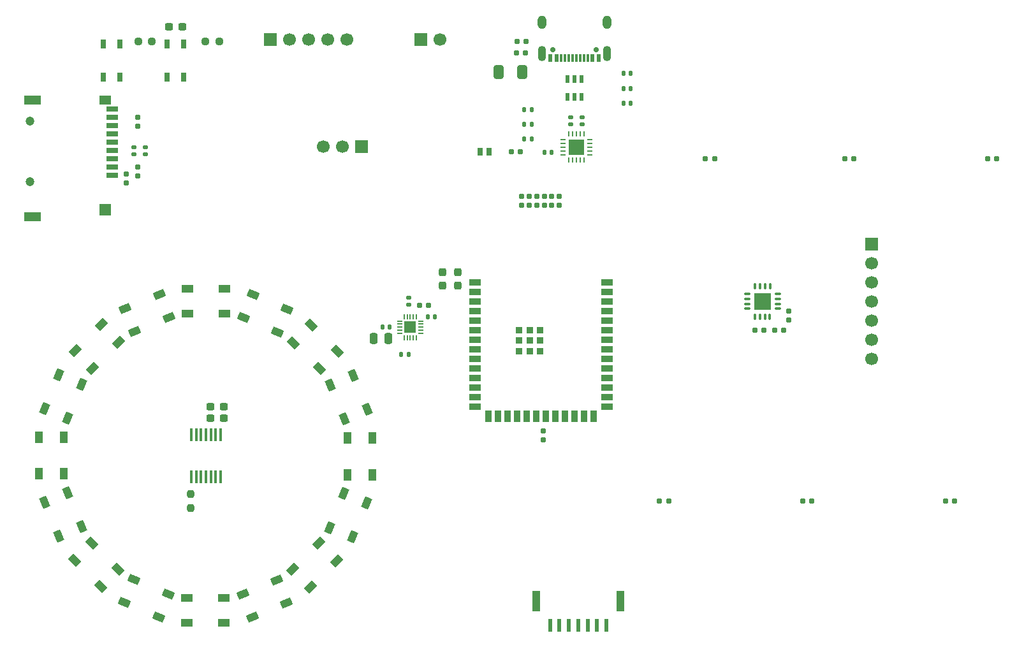
<source format=gbr>
%TF.GenerationSoftware,KiCad,Pcbnew,9.0.7*%
%TF.CreationDate,2026-02-11T23:35:25+11:00*%
%TF.ProjectId,detentOne,64657465-6e74-44f6-9e65-2e6b69636164,rev?*%
%TF.SameCoordinates,Original*%
%TF.FileFunction,Soldermask,Top*%
%TF.FilePolarity,Negative*%
%FSLAX46Y46*%
G04 Gerber Fmt 4.6, Leading zero omitted, Abs format (unit mm)*
G04 Created by KiCad (PCBNEW 9.0.7) date 2026-02-11 23:35:25*
%MOMM*%
%LPD*%
G01*
G04 APERTURE LIST*
G04 Aperture macros list*
%AMRoundRect*
0 Rectangle with rounded corners*
0 $1 Rounding radius*
0 $2 $3 $4 $5 $6 $7 $8 $9 X,Y pos of 4 corners*
0 Add a 4 corners polygon primitive as box body*
4,1,4,$2,$3,$4,$5,$6,$7,$8,$9,$2,$3,0*
0 Add four circle primitives for the rounded corners*
1,1,$1+$1,$2,$3*
1,1,$1+$1,$4,$5*
1,1,$1+$1,$6,$7*
1,1,$1+$1,$8,$9*
0 Add four rect primitives between the rounded corners*
20,1,$1+$1,$2,$3,$4,$5,0*
20,1,$1+$1,$4,$5,$6,$7,0*
20,1,$1+$1,$6,$7,$8,$9,0*
20,1,$1+$1,$8,$9,$2,$3,0*%
%AMRotRect*
0 Rectangle, with rotation*
0 The origin of the aperture is its center*
0 $1 length*
0 $2 width*
0 $3 Rotation angle, in degrees counterclockwise*
0 Add horizontal line*
21,1,$1,$2,0,0,$3*%
G04 Aperture macros list end*
%ADD10RoundRect,0.250000X0.250000X0.475000X-0.250000X0.475000X-0.250000X-0.475000X0.250000X-0.475000X0*%
%ADD11RoundRect,0.140000X-0.170000X0.140000X-0.170000X-0.140000X0.170000X-0.140000X0.170000X0.140000X0*%
%ADD12RoundRect,0.160000X-0.197500X-0.160000X0.197500X-0.160000X0.197500X0.160000X-0.197500X0.160000X0*%
%ADD13RotRect,1.500000X1.000000X135.000000*%
%ADD14RoundRect,0.237500X0.300000X0.237500X-0.300000X0.237500X-0.300000X-0.237500X0.300000X-0.237500X0*%
%ADD15RoundRect,0.140000X-0.140000X-0.170000X0.140000X-0.170000X0.140000X0.170000X-0.140000X0.170000X0*%
%ADD16R,0.650000X1.200000*%
%ADD17RotRect,1.500000X1.000000X202.500000*%
%ADD18RotRect,1.500000X1.000000X337.500000*%
%ADD19RoundRect,0.160000X0.197500X0.160000X-0.197500X0.160000X-0.197500X-0.160000X0.197500X-0.160000X0*%
%ADD20RoundRect,0.140000X0.140000X0.170000X-0.140000X0.170000X-0.140000X-0.170000X0.140000X-0.170000X0*%
%ADD21R,2.050000X2.050000*%
%ADD22R,0.800000X0.280000*%
%ADD23R,0.280000X0.800000*%
%ADD24RoundRect,0.237500X0.237500X-0.250000X0.237500X0.250000X-0.237500X0.250000X-0.237500X-0.250000X0*%
%ADD25R,1.650000X1.650000*%
%ADD26R,0.660000X0.200000*%
%ADD27R,0.200000X0.660000*%
%ADD28R,0.900000X0.900000*%
%ADD29R,1.500000X0.900000*%
%ADD30R,0.900000X1.500000*%
%ADD31R,1.000000X2.700000*%
%ADD32R,0.600000X1.700000*%
%ADD33RoundRect,0.237500X-0.237500X0.300000X-0.237500X-0.300000X0.237500X-0.300000X0.237500X0.300000X0*%
%ADD34RotRect,1.500000X1.000000X157.500000*%
%ADD35RoundRect,0.160000X0.160000X-0.197500X0.160000X0.197500X-0.160000X0.197500X-0.160000X-0.197500X0*%
%ADD36C,1.700000*%
%ADD37R,1.700000X1.700000*%
%ADD38RotRect,1.500000X1.000000X315.000000*%
%ADD39RotRect,1.500000X1.000000X292.500000*%
%ADD40RoundRect,0.140000X0.170000X-0.140000X0.170000X0.140000X-0.170000X0.140000X-0.170000X-0.140000X0*%
%ADD41RoundRect,0.250000X0.412500X0.650000X-0.412500X0.650000X-0.412500X-0.650000X0.412500X-0.650000X0*%
%ADD42RoundRect,0.237500X-0.250000X-0.237500X0.250000X-0.237500X0.250000X0.237500X-0.250000X0.237500X0*%
%ADD43R,1.000000X1.500000*%
%ADD44RoundRect,0.237500X-0.300000X-0.237500X0.300000X-0.237500X0.300000X0.237500X-0.300000X0.237500X0*%
%ADD45RotRect,1.500000X1.000000X112.500000*%
%ADD46RotRect,1.500000X1.000000X22.500000*%
%ADD47RotRect,1.500000X1.000000X45.000000*%
%ADD48RotRect,1.500000X1.000000X247.500000*%
%ADD49R,0.650000X1.000000*%
%ADD50RotRect,1.500000X1.000000X67.500000*%
%ADD51R,1.500000X1.000000*%
%ADD52R,0.400000X1.700000*%
%ADD53RoundRect,0.237500X0.250000X0.237500X-0.250000X0.237500X-0.250000X-0.237500X0.250000X-0.237500X0*%
%ADD54R,2.200000X2.200000*%
%ADD55O,1.000000X0.350000*%
%ADD56O,0.350000X1.000000*%
%ADD57RoundRect,0.160000X-0.160000X0.197500X-0.160000X-0.197500X0.160000X-0.197500X0.160000X0.197500X0*%
%ADD58RotRect,1.500000X1.000000X225.000000*%
%ADD59C,1.200000*%
%ADD60R,1.600000X0.700000*%
%ADD61R,1.500000X1.200000*%
%ADD62R,2.200000X1.200000*%
%ADD63R,1.500000X1.600000*%
%ADD64R,0.530000X1.070000*%
%ADD65C,0.700000*%
%ADD66R,0.550000X1.100000*%
%ADD67R,0.300000X1.100000*%
%ADD68O,1.100000X2.000000*%
%ADD69O,1.200000X1.800000*%
G04 APERTURE END LIST*
D10*
%TO.C,C9*%
X134250000Y-95400000D03*
X132350000Y-95400000D03*
%TD*%
D11*
%TO.C,C4*%
X158500000Y-66000000D03*
X158500000Y-66960000D03*
%TD*%
D12*
%TO.C,R23*%
X186797500Y-94300000D03*
X185602500Y-94300000D03*
%TD*%
D13*
%TO.C,LED4*%
X127480182Y-97105351D03*
X125146729Y-99438804D03*
X121681906Y-95973981D03*
X124015359Y-93640528D03*
%TD*%
D14*
%TO.C,C18*%
X105175000Y-54000000D03*
X106900000Y-54000000D03*
%TD*%
D15*
%TO.C,C20*%
X166480000Y-64170000D03*
X165520000Y-64170000D03*
%TD*%
D16*
%TO.C,SW7*%
X107100000Y-56300000D03*
X107100000Y-60700000D03*
X104900000Y-56300000D03*
X104900000Y-60700000D03*
%TD*%
D15*
%TO.C,C19*%
X166480000Y-62200000D03*
X165520000Y-62200000D03*
%TD*%
D12*
%TO.C,R19*%
X139597500Y-91000000D03*
X138402500Y-91000000D03*
%TD*%
D17*
%TO.C,LED17*%
X103883261Y-89579359D03*
X105146117Y-92628162D03*
X100619107Y-94503311D03*
X99356251Y-91454508D03*
%TD*%
D18*
%TO.C,LED11*%
X99263863Y-130507223D03*
X100526719Y-127458420D03*
X105053729Y-129333569D03*
X103790873Y-132382372D03*
%TD*%
D19*
%TO.C,R6*%
X151402500Y-56000000D03*
X152597500Y-56000000D03*
%TD*%
D12*
%TO.C,R25*%
X177597500Y-71500000D03*
X176402500Y-71500000D03*
%TD*%
D20*
%TO.C,C13*%
X139520000Y-92500000D03*
X140480000Y-92500000D03*
%TD*%
D21*
%TO.C,U2*%
X159270000Y-70000000D03*
D22*
X157520000Y-71000000D03*
X157520000Y-70500000D03*
X157520000Y-70000000D03*
X157520000Y-69500000D03*
X157520000Y-69000000D03*
D23*
X158270000Y-68250000D03*
X158770000Y-68250000D03*
X159270000Y-68250000D03*
X159770000Y-68250000D03*
X160270000Y-68250000D03*
D22*
X161020000Y-69000000D03*
X161020000Y-69500000D03*
X161020000Y-70000000D03*
X161020000Y-70500000D03*
X161020000Y-71000000D03*
D23*
X160270000Y-71750000D03*
X159770000Y-71750000D03*
X159270000Y-71750000D03*
X158770000Y-71750000D03*
X158270000Y-71750000D03*
%TD*%
D15*
%TO.C,C15*%
X166480000Y-60230000D03*
X165520000Y-60230000D03*
%TD*%
D24*
%TO.C,R32*%
X108050000Y-116087500D03*
X108050000Y-117912500D03*
%TD*%
D25*
%TO.C,U4*%
X137200000Y-93910000D03*
D26*
X135790000Y-94710000D03*
X135790000Y-94310000D03*
X135790000Y-93910000D03*
X135790000Y-93510000D03*
X135790000Y-93110000D03*
D27*
X136400000Y-92500000D03*
X136800000Y-92500000D03*
X137200000Y-92500000D03*
X137600000Y-92500000D03*
X138000000Y-92500000D03*
D26*
X138610000Y-93110000D03*
X138610000Y-93510000D03*
X138610000Y-93910000D03*
X138610000Y-94310000D03*
X138610000Y-94710000D03*
D27*
X138000000Y-95320000D03*
X137600000Y-95320000D03*
X137200000Y-95320000D03*
X136800000Y-95320000D03*
X136400000Y-95320000D03*
%TD*%
D28*
%TO.C,U1*%
X154450000Y-97110000D03*
X154450000Y-95710000D03*
X154450000Y-94310000D03*
X153050000Y-97110000D03*
X153050000Y-95710000D03*
X153050000Y-94310000D03*
X151650000Y-97110000D03*
X151650000Y-95710000D03*
X151650000Y-94310000D03*
D29*
X163300000Y-87990000D03*
X163300000Y-89260000D03*
X163300000Y-90530000D03*
X163300000Y-91800000D03*
X163300000Y-93070000D03*
X163300000Y-94340000D03*
X163300000Y-95610000D03*
X163300000Y-96880000D03*
X163300000Y-98150000D03*
X163300000Y-99420000D03*
X163300000Y-100690000D03*
X163300000Y-101960000D03*
X163300000Y-103230000D03*
X163300000Y-104500000D03*
D30*
X161540000Y-105740000D03*
X160270000Y-105770000D03*
X159000000Y-105770000D03*
X157720000Y-105770000D03*
X156450000Y-105770000D03*
X155180000Y-105770000D03*
X153920000Y-105770000D03*
X152640000Y-105770000D03*
X151370000Y-105770000D03*
X150100000Y-105770000D03*
X148830000Y-105770000D03*
X147560000Y-105770000D03*
D29*
X145800000Y-104500000D03*
X145800000Y-103230000D03*
X145800000Y-101960000D03*
X145800000Y-100690000D03*
X145800000Y-99420000D03*
X145800000Y-98150000D03*
X145800000Y-96880000D03*
X145800000Y-95610000D03*
X145800000Y-94340000D03*
X145800000Y-93070000D03*
X145800000Y-91800000D03*
X145800000Y-90530000D03*
X145800000Y-89260000D03*
X145800000Y-87990000D03*
%TD*%
D31*
%TO.C,U5*%
X165100000Y-130300000D03*
X153900000Y-130300000D03*
D32*
X155750000Y-133500000D03*
X157000000Y-133500000D03*
X158250000Y-133500000D03*
X159500000Y-133500000D03*
X160750000Y-133500000D03*
X162000000Y-133500000D03*
X163250000Y-133500000D03*
%TD*%
D20*
%TO.C,C2*%
X152340000Y-64990000D03*
X153300000Y-64990000D03*
%TD*%
D33*
%TO.C,C17*%
X141500000Y-88362500D03*
X141500000Y-86637500D03*
%TD*%
D34*
%TO.C,LED3*%
X120836137Y-91492777D03*
X119573281Y-94541580D03*
X115046271Y-92666431D03*
X116309127Y-89617628D03*
%TD*%
D16*
%TO.C,SW8*%
X98600000Y-56300000D03*
X98600000Y-60700000D03*
X96400000Y-56300000D03*
X96400000Y-60700000D03*
%TD*%
D19*
%TO.C,R30*%
X170305000Y-117000000D03*
X171500000Y-117000000D03*
%TD*%
D12*
%TO.C,R27*%
X215097500Y-71500000D03*
X213902500Y-71500000D03*
%TD*%
D35*
%TO.C,R13*%
X157000000Y-76500000D03*
X157000000Y-77695000D03*
%TD*%
D36*
%TO.C,J1*%
X198500000Y-98120000D03*
X198500000Y-95580000D03*
X198500000Y-93040000D03*
X198500000Y-90500000D03*
X198500000Y-87960000D03*
X198500000Y-85420000D03*
D37*
X198500000Y-82880000D03*
%TD*%
D35*
%TO.C,R10*%
X101000000Y-72602500D03*
X101000000Y-73797500D03*
%TD*%
%TO.C,R17*%
X153000000Y-76500000D03*
X153000000Y-77695000D03*
%TD*%
D38*
%TO.C,LED12*%
X92619818Y-124894649D03*
X94953271Y-122561196D03*
X98418094Y-126026019D03*
X96084641Y-128359472D03*
%TD*%
D39*
%TO.C,LED13*%
X88629359Y-117166739D03*
X91678162Y-115903883D03*
X93553311Y-120430893D03*
X90504508Y-121693749D03*
%TD*%
D12*
%TO.C,R26*%
X196097500Y-71500000D03*
X194902500Y-71500000D03*
%TD*%
D40*
%TO.C,C11*%
X137000000Y-90000000D03*
X137000000Y-90960000D03*
%TD*%
D35*
%TO.C,R12*%
X101000000Y-66000000D03*
X101000000Y-67195000D03*
%TD*%
D41*
%TO.C,C1*%
X148937500Y-60000000D03*
X152062500Y-60000000D03*
%TD*%
D42*
%TO.C,R21*%
X102912500Y-56000000D03*
X101087500Y-56000000D03*
%TD*%
D20*
%TO.C,C3*%
X152340000Y-66960000D03*
X153300000Y-66960000D03*
%TD*%
D36*
%TO.C,J6*%
X141165000Y-55700000D03*
D37*
X138625000Y-55700000D03*
%TD*%
D43*
%TO.C,LED14*%
X87900000Y-108500000D03*
X91200000Y-108500000D03*
X91200000Y-113400000D03*
X87900000Y-113400000D03*
%TD*%
D35*
%TO.C,R16*%
X154000000Y-76500000D03*
X154000000Y-77695000D03*
%TD*%
D44*
%TO.C,C32*%
X112412500Y-104500000D03*
X110687500Y-104500000D03*
%TD*%
D45*
%TO.C,LED5*%
X131470641Y-104833261D03*
X128421838Y-106096117D03*
X126546689Y-101569107D03*
X129595492Y-100306251D03*
%TD*%
D46*
%TO.C,LED9*%
X116216739Y-132420641D03*
X114953883Y-129371838D03*
X119480893Y-127496689D03*
X120743749Y-130545492D03*
%TD*%
D47*
%TO.C,LED8*%
X123944649Y-128430182D03*
X121611196Y-126096729D03*
X125076019Y-122631906D03*
X127409472Y-124965359D03*
%TD*%
D48*
%TO.C,LED15*%
X90542777Y-100213863D03*
X93591580Y-101476719D03*
X91716431Y-106003729D03*
X88667628Y-104740873D03*
%TD*%
D49*
%TO.C,LED1*%
X147705000Y-70600000D03*
X146505000Y-70600000D03*
%TD*%
D15*
%TO.C,C12*%
X136980000Y-97500000D03*
X136020000Y-97500000D03*
%TD*%
%TO.C,C5*%
X155980000Y-70700000D03*
X155020000Y-70700000D03*
%TD*%
D50*
%TO.C,LED7*%
X129557223Y-121786137D03*
X126508420Y-120523281D03*
X128383569Y-115996271D03*
X131432372Y-117259127D03*
%TD*%
D19*
%TO.C,R29*%
X208305000Y-117000000D03*
X209500000Y-117000000D03*
%TD*%
%TO.C,R1*%
X150605000Y-70600000D03*
X151800000Y-70600000D03*
%TD*%
D20*
%TO.C,C14*%
X152340000Y-68930000D03*
X153300000Y-68930000D03*
%TD*%
D35*
%TO.C,R18*%
X152000000Y-76500000D03*
X152000000Y-77695000D03*
%TD*%
D51*
%TO.C,LED2*%
X112550000Y-88850000D03*
X112550000Y-92150000D03*
X107650000Y-92150000D03*
X107650000Y-88850000D03*
%TD*%
D19*
%TO.C,R7*%
X151305000Y-57500000D03*
X152500000Y-57500000D03*
%TD*%
D35*
%TO.C,R15*%
X155000000Y-76500000D03*
X155000000Y-77695000D03*
%TD*%
D36*
%TO.C,J2*%
X125660000Y-69915000D03*
X128200000Y-69915000D03*
D37*
X130740000Y-69915000D03*
%TD*%
D43*
%TO.C,LED6*%
X132200000Y-113500000D03*
X128900000Y-113500000D03*
X128900000Y-108600000D03*
X132200000Y-108600000D03*
%TD*%
D52*
%TO.C,U7*%
X108110000Y-108200000D03*
X108760000Y-108200000D03*
X109410000Y-108200000D03*
X110060000Y-108200000D03*
X110710000Y-108200000D03*
X111360000Y-108200000D03*
X112010000Y-108200000D03*
X112010000Y-113800000D03*
X111360000Y-113800000D03*
X110710000Y-113800000D03*
X110060000Y-113800000D03*
X109410000Y-113800000D03*
X108760000Y-113800000D03*
X108110000Y-113800000D03*
%TD*%
D19*
%TO.C,R28*%
X189305000Y-117000000D03*
X190500000Y-117000000D03*
%TD*%
D51*
%TO.C,LED10*%
X107550000Y-133150000D03*
X107550000Y-129850000D03*
X112450000Y-129850000D03*
X112450000Y-133150000D03*
%TD*%
D20*
%TO.C,C10*%
X133520000Y-93900000D03*
X134480000Y-93900000D03*
%TD*%
D33*
%TO.C,C16*%
X143500000Y-88362500D03*
X143500000Y-86637500D03*
%TD*%
D19*
%TO.C,R24*%
X183002500Y-94300000D03*
X184197500Y-94300000D03*
%TD*%
D53*
%TO.C,R20*%
X109987500Y-56000000D03*
X111812500Y-56000000D03*
%TD*%
D35*
%TO.C,R14*%
X156000000Y-76500000D03*
X156000000Y-77695000D03*
%TD*%
D11*
%TO.C,C6*%
X160000000Y-66980000D03*
X160000000Y-66020000D03*
%TD*%
D54*
%TO.C,U6*%
X183990000Y-90500000D03*
D55*
X185990000Y-89510000D03*
X185990000Y-90160000D03*
X185990000Y-90810000D03*
X185990000Y-91460000D03*
D56*
X184950000Y-92500000D03*
X184300000Y-92500000D03*
X183650000Y-92500000D03*
X183000000Y-92500000D03*
D55*
X181990000Y-91460000D03*
X181990000Y-90810000D03*
X181990000Y-90160000D03*
X181990000Y-89510000D03*
D56*
X183000000Y-88500000D03*
X183650000Y-88500000D03*
X184300000Y-88500000D03*
X184960000Y-88500000D03*
%TD*%
D40*
%TO.C,C7*%
X102000000Y-70020000D03*
X102000000Y-70980000D03*
%TD*%
D57*
%TO.C,R22*%
X187450000Y-93000000D03*
X187450000Y-91805000D03*
%TD*%
D36*
%TO.C,J5*%
X128800000Y-55700000D03*
X126260000Y-55700000D03*
X123720000Y-55700000D03*
X121180000Y-55700000D03*
D37*
X118640000Y-55700000D03*
%TD*%
D44*
%TO.C,C33*%
X112412500Y-106000000D03*
X110687500Y-106000000D03*
%TD*%
D40*
%TO.C,C8*%
X100500000Y-70020000D03*
X100500000Y-70980000D03*
%TD*%
D58*
%TO.C,LED16*%
X96155351Y-93569818D03*
X98488804Y-95903271D03*
X95023981Y-99368094D03*
X92690528Y-97034641D03*
%TD*%
D35*
%TO.C,R9*%
X99500000Y-73602500D03*
X99500000Y-74797500D03*
%TD*%
D59*
%TO.C,Card1*%
X86662500Y-66550000D03*
X86662500Y-74550000D03*
D60*
X97662500Y-73750000D03*
X97662500Y-72650000D03*
X97662500Y-71550000D03*
X97662500Y-70450000D03*
X97662500Y-69350000D03*
X97662500Y-68250000D03*
X97662500Y-67150000D03*
X97662500Y-66050000D03*
D61*
X96662500Y-63750000D03*
D62*
X87062500Y-63750000D03*
X87062500Y-79250000D03*
D63*
X96662500Y-78350000D03*
D60*
X97662500Y-64950000D03*
%TD*%
D64*
%TO.C,D5*%
X159950000Y-61000000D03*
X159000000Y-61000000D03*
X158050000Y-61000000D03*
X158050000Y-63300000D03*
X159000000Y-63300000D03*
X159950000Y-63300000D03*
%TD*%
D65*
%TO.C,USB1*%
X161890000Y-57080000D03*
X156110000Y-57080000D03*
D66*
X162200000Y-58160000D03*
X161400000Y-58160000D03*
D67*
X160750000Y-58160000D03*
X160250000Y-58160000D03*
X159750000Y-58160000D03*
X159250000Y-58160000D03*
X158750000Y-58160000D03*
X158250000Y-58160000D03*
X157750000Y-58160000D03*
X157250000Y-58160000D03*
D66*
X156600000Y-58160000D03*
X155800000Y-58160000D03*
D68*
X163320000Y-57610000D03*
D69*
X163320000Y-53400000D03*
D68*
X154680000Y-57610000D03*
D69*
X154680000Y-53400000D03*
%TD*%
D35*
%TO.C,R2*%
X154900000Y-107702500D03*
X154900000Y-108897500D03*
%TD*%
M02*

</source>
